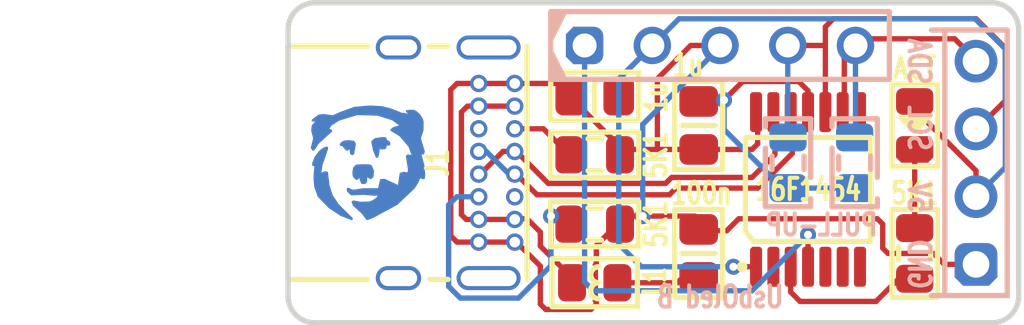
<source format=kicad_pcb>
(kicad_pcb (version 20221018) (generator pcbnew)
  (layers (0 "F.Cu" signal) (31 "B.Cu" signal) (34 "B.Paste" user) (35 "F.Paste" user) (36 "B.SilkS" user "B.Silkscreen") (37 "F.SilkS" user "F.Silkscreen") (38 "B.Mask" user) (39 "F.Mask" user) (44 "Edge.Cuts" user))
  (net 0 "")
  (net 1 "OLED_SCL")
  (net 2 "OLED_SDA")
  (net 3 "5V")
  (net 4 "GND")
  (net 5 "Vusb")
  (net 6 "3V3")
  (net 7 "USB_DP")
  (net 8 "USB_DM")
  (net 9 "ICSP_VPP")
  (net 10 "USB_CC1")
  (net 11 "USB_CC2")
  (net 12 "LED_ACTIVE")
  (net 13 "OUT_LED_ACTIVE")
  (footprint "Medo64:DS (0805)" (layer "F.Cu") (at 38.5 19.6 90)
    (fp_text reference "DS1" hide)
    (fp_text value "ACT" (at 2.15 0) (layer "F.SilkS") (effects (font (size 0.8 0.6) (thickness 0.15) bold)))
    (fp_rect (start -1.55 -0.85) (end 1.55 0.85) (stroke (width 0.2)) (fill none) (layer "F.SilkS"))
    (fp_poly (pts (xy -0.3 0) (xy 0.3 -0.6) (xy 0.3 0.6)) (stroke (width 0.1)) (fill solid) (layer "F.SilkS"))
    (pad "1" smd roundrect (at -0.9 0 90) (size 1 1.4) (layers "F.Cu" "F.Paste" "F.Mask") (chamfer_ratio 0.2) (chamfer top_left bottom_left) (net 12 "LED_ACTIVE"))
    (pad "2" smd roundrect (at 0.9 0 90) (size 1 1.4) (layers "F.Cu" "F.Paste" "F.Mask") (net 3 "5V"))
  )
  (footprint "Medo64:U Micro PIC16F1454 (TSSOP-14)" (layer "F.Cu") (at 34.5 22 90)
    (fp_text reference "U1" hide)
    (fp_text value "16F1454" (at 0 0) (layer "F.SilkS") (effects (font (size 0.8 0.6))))
    (fp_line (start -1.95 -2.05) (end -1.55 -2.35) (stroke (width 0.2)) (layer "F.SilkS"))
    (fp_line (start -1.95 2.35) (end -1.95 -2.05) (stroke (width 0.2)) (layer "F.SilkS"))
    (fp_line (start -1.55 -2.35) (end 1.95 -2.35) (stroke (width 0.2)) (layer "F.SilkS"))
    (fp_line (start 1.95 -2.35) (end 1.95 2.35) (stroke (width 0.2)) (layer "F.SilkS"))
    (fp_line (start 1.95 2.35) (end -1.95 2.35) (stroke (width 0.2)) (layer "F.SilkS"))
    (fp_circle (center -2.9 -2.475) (end -2.75 -2.475) (stroke (width 0.1)) (fill solid) (layer "F.SilkS"))
    (pad "1" smd roundrect (at -2.9 -1.95 90) (size 1.5 0.45) (layers "F.Cu" "F.Paste" "F.Mask") (chamfer_ratio 0.2) (chamfer top_left top_right) (net 3 "5V"))
    (pad "2" smd roundrect (at -2.9 -1.3 90) (size 1.5 0.45) (layers "F.Cu" "F.Paste" "F.Mask"))
    (pad "3" smd roundrect (at -2.9 -0.65 90) (size 1.5 0.45) (layers "F.Cu" "F.Paste" "F.Mask") (net 13 "OUT_LED_ACTIVE"))
    (pad "4" smd roundrect (at -2.9 0 90) (size 1.5 0.45) (layers "F.Cu" "F.Paste" "F.Mask") (net 9 "ICSP_VPP"))
    (pad "5" smd roundrect (at -2.9 0.65 90) (size 1.5 0.45) (layers "F.Cu" "F.Paste" "F.Mask"))
    (pad "6" smd roundrect (at -2.9 1.3 90) (size 1.5 0.45) (layers "F.Cu" "F.Paste" "F.Mask"))
    (pad "7" smd roundrect (at -2.9 1.95 90) (size 1.5 0.45) (layers "F.Cu" "F.Paste" "F.Mask"))
    (pad "8" smd roundrect (at 2.9 1.95 90) (size 1.5 0.45) (layers "F.Cu" "F.Paste" "F.Mask"))
    (pad "9" smd roundrect (at 2.9 1.3 90) (size 1.5 0.45) (layers "F.Cu" "F.Paste" "F.Mask") (net 2 "OLED_SDA"))
    (pad "10" smd roundrect (at 2.9 0.65 90) (size 1.5 0.45) (layers "F.Cu" "F.Paste" "F.Mask") (net 1 "OLED_SCL"))
    (pad "11" smd roundrect (at 2.9 0 90) (size 1.5 0.45) (layers "F.Cu" "F.Paste" "F.Mask") (net 6 "3V3"))
    (pad "12" smd roundrect (at 2.9 -0.65 90) (size 1.5 0.45) (layers "F.Cu" "F.Paste" "F.Mask") (net 8 "USB_DM"))
    (pad "13" smd roundrect (at 2.9 -1.3 90) (size 1.5 0.45) (layers "F.Cu" "F.Paste" "F.Mask") (net 7 "USB_DP"))
    (pad "14" smd roundrect (at 2.9 -1.95 90) (size 1.5 0.45) (layers "F.Cu" "F.Paste" "F.Mask") (net 4 "GND"))
  )
  (footprint "Medo64:R (0805)" (layer "F.Cu") (at 26.5 20.7 180)
    (fp_text reference "R1" hide)
    (fp_text value "5K1" (at -2.3 0 90) (layer "F.SilkS") (effects (font (size 0.8 0.6))))
    (fp_line (start -0.25 -0.6) (end 0.25 -0.6) (stroke (width 0.2)) (layer "F.SilkS"))
    (fp_line (start -0.25 0.6) (end 0.25 0.6) (stroke (width 0.2)) (layer "F.SilkS"))
    (fp_rect (start -1.65 -0.85) (end 1.65 0.85) (stroke (width 0.2)) (fill none) (layer "F.SilkS"))
    (pad "1" smd roundrect (at -0.95 0 180) (size 1.05 1.4) (layers "F.Cu" "F.Paste" "F.Mask") (net 4 "GND"))
    (pad "2" smd roundrect (at 0.95 0 180) (size 1.05 1.4) (layers "F.Cu" "F.Paste" "F.Mask") (net 10 "USB_CC1"))
  )
  (footprint "Medo64:C (0805)" (layer "F.Cu") (at 30.4 19.6 90)
    (fp_text reference "C3" hide)
    (fp_text value "1u" (at 2.25 -0.4) (layer "F.SilkS") (effects (font (size 0.8 0.6) (thickness 0.15) bold)))
    (fp_line (start 0 -0.625) (end 0 0.625) (stroke (width 0.2)) (layer "F.SilkS"))
    (fp_rect (start -1.65 -0.9) (end 1.65 0.9) (stroke (width 0.2)) (fill none) (layer "F.SilkS"))
    (pad "1" smd roundrect (at -0.9 0 90) (size 1.15 1.45) (layers "F.Cu" "F.Paste" "F.Mask") (net 4 "GND"))
    (pad "2" smd roundrect (at 0.9 0 90) (size 1.15 1.45) (layers "F.Cu" "F.Paste" "F.Mask") (net 6 "3V3"))
  )
  (footprint "Medo64:J USB C 2.0 (16w)" (layer "F.Cu") (at 23.5 21 -90)
    (fp_text reference "J1" (at 0 2.9 90) (layer "F.SilkS") (effects (font (size 0.8 0.6))))
    (fp_text value "‎USB4085" hide)
    (fp_line (start -4.375 -0.46) (end 4.375 -0.46) (stroke (width 0.2)) (layer "F.SilkS"))
    (fp_line (start -4.375 2.5) (end -4.375 3.2) (stroke (width 0.2)) (layer "F.SilkS"))
    (fp_line (start -4.375 5.51) (end -4.375 8.51) (stroke (width 0.2)) (layer "F.SilkS"))
    (fp_line (start -4.375 8.51) (end 4.375 8.51) (stroke (width 0.2)) (layer "F.SilkS"))
    (fp_line (start 4.375 2.5) (end 4.375 3.2) (stroke (width 0.2)) (layer "F.SilkS"))
    (fp_line (start 4.375 5.51) (end 4.375 8.51) (stroke (width 0.2)) (layer "F.SilkS"))
    (pad "A01" thru_hole circle (at -2.975 0 270) (size 0.65 0.65) (drill 0.4) (layers "*.Cu" "*.Mask" "F.Paste") (net 4 "GND"))
    (pad "A04" thru_hole circle (at -2.125 0 270) (size 0.65 0.65) (drill 0.4) (layers "*.Cu" "*.Mask" "F.Paste") (net 5 "Vusb"))
    (pad "A05" thru_hole circle (at -1.275 0 270) (size 0.65 0.65) (drill 0.4) (layers "*.Cu" "*.Mask" "F.Paste") (net 10 "USB_CC1"))
    (pad "A06" thru_hole circle (at -0.425 0 270) (size 0.65 0.65) (drill 0.4) (layers "*.Cu" "*.Mask" "F.Paste") (net 7 "USB_DP"))
    (pad "A07" thru_hole circle (at 0.425 0 270) (size 0.65 0.65) (drill 0.4) (layers "*.Cu" "*.Mask" "F.Paste") (net 8 "USB_DM"))
    (pad "A08" thru_hole circle (at 1.275 0 270) (size 0.65 0.65) (drill 0.4) (layers "*.Cu" "*.Mask" "F.Paste"))
    (pad "A09" thru_hole circle (at 2.125 0 270) (size 0.65 0.65) (drill 0.4) (layers "*.Cu" "*.Mask" "F.Paste") (net 5 "Vusb"))
    (pad "A12" thru_hole circle (at 2.975 0 270) (size 0.65 0.65) (drill 0.4) (layers "*.Cu" "*.Mask" "F.Paste") (net 4 "GND"))
    (pad "B01" thru_hole circle (at 2.975 1.35 270) (size 0.65 0.65) (drill 0.4) (layers "*.Cu" "*.Mask" "F.Paste") (net 4 "GND"))
    (pad "B04" thru_hole circle (at 2.125 1.35 270) (size 0.65 0.65) (drill 0.4) (layers "*.Cu" "*.Mask" "F.Paste") (net 5 "Vusb"))
    (pad "B05" thru_hole circle (at 1.275 1.35 270) (size 0.65 0.65) (drill 0.4) (layers "*.Cu" "*.Mask" "F.Paste") (net 11 "USB_CC2"))
    (pad "B06" thru_hole circle (at 0.425 1.35 270) (size 0.65 0.65) (drill 0.4) (layers "*.Cu" "*.Mask" "F.Paste") (net 7 "USB_DP"))
    (pad "B07" thru_hole circle (at -0.425 1.35 270) (size 0.65 0.65) (drill 0.4) (layers "*.Cu" "*.Mask" "F.Paste") (net 8 "USB_DM"))
    (pad "B10" thru_hole circle (at -1.275 1.35 270) (size 0.65 0.65) (drill 0.4) (layers "*.Cu" "*.Mask" "F.Paste"))
    (pad "B11" thru_hole circle (at -2.125 1.35 270) (size 0.65 0.65) (drill 0.4) (layers "*.Cu" "*.Mask" "F.Paste") (net 5 "Vusb"))
    (pad "B12" thru_hole circle (at -2.975 1.35 270) (size 0.65 0.65) (drill 0.4) (layers "*.Cu" "*.Mask" "F.Paste") (net 4 "GND"))
    (pad "S" thru_hole oval (at -4.325 0.98 270) (size 0.9 2.4) (drill oval 0.6 2.1) (layers "*.Cu" "*.Mask" "F.Paste"))
    (pad "S" thru_hole oval (at -4.325 4.36 270) (size 0.9 1.7) (drill oval 0.6 1.4) (layers "*.Cu" "*.Mask" "F.Paste"))
    (pad "S" thru_hole oval (at 4.325 0.98 270) (size 0.9 2.4) (drill oval 0.6 2.1) (layers "*.Cu" "*.Mask" "F.Paste"))
    (pad "S" thru_hole oval (at 4.325 4.36 270) (size 0.9 1.7) (drill oval 0.6 1.4) (layers "*.Cu" "*.Mask" "F.Paste"))
  )
  (footprint "Medo64:C (0805)" (layer "F.Cu") (at 30.4 24.4 -90)
    (fp_text reference "C1" hide)
    (fp_text value "100n" (at -2.25 -0.1) (layer "F.SilkS") (effects (font (size 0.8 0.6) (thickness 0.15) bold)))
    (fp_line (start 0 -0.625) (end 0 0.625) (stroke (width 0.2)) (layer "F.SilkS"))
    (fp_rect (start -1.65 -0.9) (end 1.65 0.9) (stroke (width 0.2)) (fill none) (layer "F.SilkS"))
    (pad "1" smd roundrect (at -0.9 0 270) (size 1.15 1.45) (layers "F.Cu" "F.Paste" "F.Mask") (net 4 "GND"))
    (pad "2" smd roundrect (at 0.9 0 270) (size 1.15 1.45) (layers "F.Cu" "F.Paste" "F.Mask") (net 3 "5V"))
  )
  (footprint "Medo64:R (0805)" (layer "F.Cu") (at 26.5 23.3 180)
    (fp_text reference "R2" hide)
    (fp_text value "5K1" (at -2.3 0 270) (layer "F.SilkS") (effects (font (size 0.8 0.6))))
    (fp_line (start -0.25 -0.6) (end 0.25 -0.6) (stroke (width 0.2)) (layer "F.SilkS"))
    (fp_line (start -0.25 0.6) (end 0.25 0.6) (stroke (width 0.2)) (layer "F.SilkS"))
    (fp_rect (start -1.65 -0.85) (end 1.65 0.85) (stroke (width 0.2)) (fill none) (layer "F.SilkS"))
    (pad "1" smd roundrect (at -0.95 0 180) (size 1.05 1.4) (layers "F.Cu" "F.Paste" "F.Mask") (net 4 "GND"))
    (pad "2" smd roundrect (at 0.95 0 180) (size 1.05 1.4) (layers "F.Cu" "F.Paste" "F.Mask") (net 11 "USB_CC2"))
  )
  (footprint "Medo64:R (0805)" (layer "F.Cu") (at 38.5 24.4 90)
    (fp_text reference "R3" hide)
    (fp_text value "5K1" (at 2.25 0) (layer "F.SilkS") (effects (font (size 0.8 0.6))))
    (fp_line (start -0.25 -0.6) (end 0.25 -0.6) (stroke (width 0.2)) (layer "F.SilkS"))
    (fp_line (start -0.25 0.6) (end 0.25 0.6) (stroke (width 0.2)) (layer "F.SilkS"))
    (fp_rect (start -1.65 -0.85) (end 1.65 0.85) (stroke (width 0.2)) (fill none) (layer "F.SilkS"))
    (pad "1" smd roundrect (at -0.95 0 90) (size 1.05 1.4) (layers "F.Cu" "F.Paste" "F.Mask") (net 13 "OUT_LED_ACTIVE"))
    (pad "2" smd roundrect (at 0.95 0 90) (size 1.05 1.4) (layers "F.Cu" "F.Paste" "F.Mask") (net 12 "LED_ACTIVE"))
  )
  (footprint "Medo64:L Ferrite (0805)" (layer "F.Cu") (at 26.5 25.5 180)
    (fp_text reference "L1" (at -2.25 0.05 90) (layer "F.SilkS") (effects (font (size 0.8 0.6))))
    (fp_text value "40R" hide)
    (fp_rect (start -1.6 -0.9) (end 1.6 0.9) (stroke (width 0.2)) (fill none) (layer "F.SilkS"))
    (fp_arc (start -0.15 -0.6) (mid 0.15 -0.3) (end -0.15 0) (stroke (width 0.2)) (layer "F.SilkS"))
    (fp_arc (start -0.15 0) (mid 0.15 0.3) (end -0.15 0.6) (stroke (width 0.2)) (layer "F.SilkS"))
    (pad "1" smd roundrect (at -0.85 0 180) (size 1.05 1.4) (layers "F.Cu" "F.Paste" "F.Mask") (net 3 "5V"))
    (pad "2" smd roundrect (at 0.85 0 180) (size 1.05 1.4) (layers "F.Cu" "F.Paste" "F.Mask") (net 5 "Vusb"))
  )
  (footprint "Medo64:C (0805)" (layer "F.Cu") (at 26.5 18.5)
    (fp_text reference "C2" hide)
    (fp_text value "1u" (at 2.3 0.05 90) (layer "F.SilkS") (effects (font (size 0.8 0.6) (thickness 0.15) bold)))
    (fp_line (start 0 -0.625) (end 0 0.625) (stroke (width 0.2)) (layer "F.SilkS"))
    (fp_rect (start -1.65 -0.9) (end 1.65 0.9) (stroke (width 0.2)) (fill none) (layer "F.SilkS"))
    (pad "1" smd roundrect (at -0.9 0) (size 1.15 1.45) (layers "F.Cu" "F.Paste" "F.Mask") (net 4 "GND"))
    (pad "2" smd roundrect (at 0.9 0) (size 1.15 1.45) (layers "F.Cu" "F.Paste" "F.Mask") (net 3 "5V"))
  )
  (footprint "Medo64:ICSP PIC Pogo (5w)" (layer "B.Cu") (at 31.2 16.6)
    (fp_text reference "ICSP" hide)
    (fp_text value "Microchip PIC" hide)
    (fp_rect (start -6.35 1.27) (end 6.35 -1.27) (stroke (width 0.2)) (fill none) (layer "B.SilkS"))
    (fp_poly (pts (xy -6.35 0) (xy -6.35 -1.27) (xy -5.715 -1.27)) (fill solid) (layer "B.SilkS"))
    (fp_poly (pts (xy -6.35 0) (xy -6.35 1.27) (xy -5.715 1.27)) (fill solid) (layer "B.SilkS"))
    (pad "1" thru_hole roundrect (at -5.08 0) (size 1.4 1.4) (drill 0.9) (layers "*.Cu" "*.Mask") (chamfer_ratio 0.2) (chamfer top_left bottom_left) (net 9 "ICSP_VPP"))
    (pad "2" thru_hole circle (at -2.54 0) (size 1.4 1.4) (drill 0.9) (layers "*.Cu" "*.Mask") (net 3 "5V"))
    (pad "3" thru_hole circle (at 0 0) (size 1.4 1.4) (drill 0.9) (layers "*.Cu" "*.Mask") (net 4 "GND"))
    (pad "4" thru_hole circle (at 2.54 0) (size 1.4 1.4) (drill 0.9) (layers "*.Cu" "*.Mask") (net 1 "OLED_SCL"))
    (pad "5" thru_hole circle (at 5.08 0) (size 1.4 1.4) (drill 0.9) (layers "*.Cu" "*.Mask") (net 2 "OLED_SDA"))
  )
  (footprint "Medo64:ICON Medo64" (layer "B.Cu") (at 18 21 180)
    (fp_text reference "ICON" hide)
    (fp_text value "Medo64" hide)
    (fp_poly (pts (xy 0.569 0.353) (xy 0.506 0.707) (xy 0.554 0.778) (xy 0.719 0.8) (xy 0.885 0.786) (xy 0.979 0.733) (xy 1.012 0.682) (xy 0.902 0.659) (xy 0.892 0.612) (xy 0.793 0.5) (xy 0.659 0.583) (xy 0.647 0.581) (xy 0.632 0.391) (xy 0.622 0.353) (xy 0.592 0.334)) (stroke (width 0.1)) (fill solid) (layer "B.Cu"))
    (fp_poly (pts (xy -0.347 0.253) (xy -0.412 0.648) (xy -0.502 0.544) (xy -0.626 0.56) (xy -0.646 0.595) (xy -0.654 0.695) (xy -0.79 0.696) (xy -0.777 0.752) (xy -0.709 0.806) (xy -0.594 0.838) (xy -0.594 0.861) (xy -0.645 0.874) (xy -0.654 0.893) (xy -0.626 0.915) (xy -0.491 0.913) (xy -0.267 0.874) (xy -0.168 0.787) (xy -0.23 0.486) (xy -0.331 0.233) (xy -0.339 0.24)) (stroke (width 0.1)) (fill solid) (layer "B.Cu"))
    (fp_poly (pts (xy 0.115 -0.742) (xy 0.0899 -0.706) (xy 0.0781 -0.566) (xy 0.0622 -0.52) (xy 0.00798 -0.502) (xy -0.097 -0.566) (xy -0.155 -0.508) (xy -0.174 -0.31) (xy -0.101 -0.133) (xy -0.0361 -0.108) (xy 0.168 -0.103) (xy 0.347 -0.109) (xy 0.44 -0.12) (xy 0.515 -0.205) (xy 0.54 -0.36) (xy 0.533 -0.466) (xy 0.5 -0.535) (xy 0.431 -0.596) (xy 0.384 -0.562) (xy 0.365 -0.53) (xy 0.342 -0.512) (xy 0.286 -0.53) (xy 0.257 -0.652) (xy 0.212 -0.749)) (stroke (width 0.1)) (fill solid) (layer "B.Cu"))
    (fp_poly (pts (xy 1.137 -1.588) (xy 1.377 -1.227) (xy 1.493 -0.853) (xy 1.544 -0.455) (xy 1.551 -0.378) (xy 1.595 -0.367) (xy 1.649 -0.379) (xy 1.781 -0.45) (xy 1.801 -0.39) (xy 1.761 -0.0848) (xy 1.586 0.417) (xy 1.555 0.511) (xy 1.55 0.558) (xy 1.648 0.527) (xy 1.79 0.423) (xy 1.958 0.207) (xy 2.045 -0.013) (xy 2.05 -0.076) (xy 1.964 -0.0819) (xy 1.999 -0.548) (xy 1.973 -0.89) (xy 1.846 -1.245) (xy 1.444 -1.662) (xy 1.007 -1.949) (xy 0.62 -2.1)) (stroke (width 0.1)) (fill solid) (layer "B.Cu"))
    (fp_poly (pts (xy -0.162 -2.027) (xy -1.067 -1.539) (xy -1.715 -0.923) (xy -1.847 -0.71) (xy -1.921 -0.519) (xy -2.079 -0.567) (xy -2.095 -0.469) (xy -2.062 -0.0937) (xy -1.952 0.314) (xy -1.982 0.367) (xy -2.06 0.354) (xy -2.077 0.422) (xy -1.93 0.912) (xy -2.032 1.227) (xy -2.034 1.544) (xy -1.998 1.647) (xy -1.903 1.796) (xy -1.782 1.9) (xy -1.695 1.941) (xy -1.468 1.93) (xy -1.663 1.801) (xy -1.722 1.753) (xy -1.784 1.659) (xy -1.735 1.66) (xy -1.576 1.778) (xy -1.371 1.817) (xy -1.254 1.827) (xy -1.134 1.877) (xy -0.852 1.987) (xy -0.528 2.073) (xy -0.0731 2.1) (xy 0.509 2.05) (xy 1.073 1.842) (xy 1.317 1.73) (xy 1.649 1.779) (xy 1.837 1.763) (xy 2.065 1.59) (xy 1.802 1.633) (xy 1.67 1.615) (xy 1.959 1.505) (xy 2.067 1.378) (xy 2.085 1.212) (xy 2.009 0.915) (xy 2.099 0.563) (xy 2.055 0.501) (xy 1.891 0.746) (xy 1.396 1.198) (xy 1.522 1.254) (xy 1.413 1.428) (xy 1.101 1.627) (xy 0.403 1.839) (xy -0.366 1.813) (xy -0.919 1.642) (xy -1.209 1.43) (xy -1.227 1.366) (xy -0.981 1.3) (xy -0.886 1.23) (xy -1.21 1.035) (xy -1.558 0.628) (xy -1.682 0.293) (xy -1.663 0.238) (xy -1.492 0.262) (xy -1.468 0.242) (xy -1.547 -0.268) (xy -1.529 -0.375) (xy -1.464 -0.408) (xy -1.339 -0.39) (xy -1.231 -0.419) (xy -1.16 -0.905) (xy -0.625 -0.656) (xy -0.494 -0.655) (xy -0.414 -1.002) (xy 0.18 -1.002) (xy 0.561 -1.064) (xy 0.751 -0.985) (xy 0.746 -1.053) (xy 0.624 -1.17) (xy 0.142 -1.154) (xy -0.23 -1.188) (xy -0.449 -1.178) (xy -0.342 -1.347) (xy -0.189 -1.45) (xy -0.0588 -1.5) (xy 0.291 -1.511) (xy 0.537 -1.463) (xy 0.568 -1.475) (xy 0.523 -1.584) (xy 0.188 -1.888) (xy 0.0332 -2.1)) (stroke (width 0.1)) (fill solid) (layer "B.Cu"))
  )
  (footprint "Medo64:R Optional (0805)" (layer "B.Cu") (at 36.25 21 -90)
    (fp_text reference "R5" hide)
    (fp_text value "5K1" hide)
    (fp_line (start -0.25 -0.6) (end 0.25 -0.6) (stroke (width 0.2)) (layer "B.SilkS"))
    (fp_line (start -0.25 0.6) (end 0.25 0.6) (stroke (width 0.2)) (layer "B.SilkS"))
    (fp_rect (start -1.65 0.85) (end 1.65 -0.85) (stroke (width 0.2) (type dash)) (fill none) (layer "B.SilkS"))
    (pad "1" smd roundrect (at -0.95 0 270) (size 1.05 1.4) (layers "B.Cu" "B.Mask") (net 2 "OLED_SDA"))
    (pad "2" smd roundrect (at 0.95 0 270) (size 1.05 1.4) (layers "B.Cu" "B.Mask") (net 6 "3V3"))
  )
  (footprint "Medo64:R Optional (0805)" (layer "B.Cu") (at 33.75 21 -90)
    (fp_text reference "R4" hide)
    (fp_text value "5K1" hide)
    (fp_line (start -0.25 -0.6) (end 0.25 -0.6) (stroke (width 0.2)) (layer "B.SilkS"))
    (fp_line (start -0.25 0.6) (end 0.25 0.6) (stroke (width 0.2)) (layer "B.SilkS"))
    (fp_rect (start -1.65 0.85) (end 1.65 -0.85) (stroke (width 0.2) (type dash)) (fill none) (layer "B.SilkS"))
    (pad "1" smd roundrect (at -0.95 0 270) (size 1.05 1.4) (layers "B.Cu" "B.Mask") (net 1 "OLED_SCL"))
    (pad "2" smd roundrect (at 0.95 0 270) (size 1.05 1.4) (layers "B.Cu" "B.Mask") (net 6 "3V3"))
  )
  (footprint "Medo64:DS OLED 128x32 SPI (4w)" (layer "B.Cu") (at 40.8 21 90)
    (fp_text reference "DS2" hide)
    (fp_text value "I2C OLED 128x32" hide)
    (fp_line (start -4.98 -1.17) (end -4.98 -1.67) (stroke (width 0.2)) (layer "B.SilkS"))
    (fp_line (start 4.98 -1.17) (end 4.98 -1.67) (stroke (width 0.2)) (layer "B.SilkS"))
    (fp_rect (start -4.98 1.17) (end 4.98 -1.17) (stroke (width 0.2)) (fill none) (layer "B.SilkS"))
    (pad "1" thru_hole roundrect (at -3.81 0 90) (size 1.6 1.6) (drill 1) (layers "*.Cu" "F.Mask") (chamfer_ratio 0.2) (chamfer top_left bottom_left) (net 4 "GND"))
    (pad "2" thru_hole circle (at -1.27 0 90) (size 1.6 1.6) (drill 1) (layers "*.Cu" "F.Mask") (net 3 "5V"))
    (pad "3" thru_hole circle (at 1.27 0 90) (size 1.6 1.6) (drill 1) (layers "*.Cu" "F.Mask") (net 1 "OLED_SCL"))
    (pad "4" thru_hole circle (at 3.81 0 90) (size 1.6 1.6) (drill 1) (layers "*.Cu" "F.Mask") (net 2 "OLED_SDA"))
  )
  (gr_line locked (start 16 15) (end 41.4 15) (stroke (width 0.2)) (layer "Edge.Cuts"))
  (gr_arc locked (start 41.4 15) (mid 42.107107 15.292893) (end 42.4 16) (stroke (width 0.2)) (layer "Edge.Cuts"))
  (gr_arc locked (start 42.4 26) (mid 42.107107 26.707107) (end 41.4 27) (stroke (width 0.2)) (layer "Edge.Cuts"))
  (gr_arc locked (start 16 27) (mid 15.292894 26.707107) (end 15 26) (stroke (width 0.2)) (layer "Edge.Cuts"))
  (gr_line locked (start 16 27) (end 41.4 27) (stroke (width 0.2)) (layer "Edge.Cuts"))
  (gr_line locked (start 42.4 26) (end 42.4 16) (stroke (width 0.2)) (layer "Edge.Cuts"))
  (gr_arc locked (start 15 16) (mid 15.292893 15.292894) (end 16 15) (stroke (width 0.2)) (layer "Edge.Cuts"))
  (gr_line locked (start 15 26) (end 15 16) (stroke (width 0.2)) (layer "Edge.Cuts"))
  (gr_text "SDA" (at 38.2 17.2 270) (layer "B.SilkS") (effects (font (size 0.8 0.6) (thickness 0.15) bold) (justify bottom mirror)))
  (gr_text "PULL-UP" (at 35 23.8) (layer "B.SilkS") (effects (font (size 0.8 0.6) (thickness 0.15) bold) (justify bottom mirror)))
  (gr_text "UsbOled B" (at 31.2 26.5) (layer "B.SilkS") (effects (font (size 0.8 0.6) (thickness 0.15) bold) (justify bottom mirror)))
  (gr_text "GND" (at 38.2 24.8 270) (layer "B.SilkS") (effects (font (size 0.8 0.6) (thickness 0.15) bold) (justify bottom mirror)))
  (gr_text "SCL" (at 38.2 19.7 270) (layer "B.SilkS") (effects (font (size 0.8 0.6) (thickness 0.15) bold) (justify bottom mirror)))
  (gr_text "5V" (at 38.2 22.3 270) (layer "B.SilkS") (effects (font (size 0.8 0.6) (thickness 0.15) bold) (justify bottom mirror)))
  (segment (start 41.9 16.694365) (end 41.9 18.67) (width 0.2) (layer "F.Cu") (net 1))
  (segment (start 35.15 16.6) (end 35.15 15.9) (width 0.2) (layer "F.Cu") (net 1))
  (segment (start 33.74 16.6) (end 35.15 16.6) (width 0.2) (layer "F.Cu") (net 1))
  (segment (start 35.15 15.9) (end 35.45 15.6) (width 0.2) (layer "F.Cu") (net 1))
  (segment (start 41.9 18.67) (end 40.84 19.73) (width 0.2) (layer "F.Cu") (net 1))
  (segment (start 35.15 19.04) (end 35.15 16.6) (width 0.2) (layer "F.Cu") (net 1))
  (segment (start 40.805635 15.6) (end 41.9 16.694365) (width 0.2) (layer "F.Cu") (net 1))
  (segment (start 35.45 15.6) (end 40.805635 15.6) (width 0.2) (layer "F.Cu") (net 1))
  (segment (start 33.74 16.6) (end 33.74 19.99) (width 0.2) (layer "B.Cu") (net 1))
  (segment (start 35.86 17.08) (end 36.34 16.6) (width 0.2) (layer "F.Cu") (net 2))
  (segment (start 40 16.35) (end 40.84 17.19) (width 0.2) (layer "F.Cu") (net 2))
  (segment (start 35.86 19.1) (end 35.86 17.08) (width 0.2) (layer "F.Cu") (net 2))
  (segment (start 36.53 16.35) (end 40 16.35) (width 0.2) (layer "F.Cu") (net 2))
  (segment (start 36.28 16.6) (end 36.28 19.77) (width 0.2) (layer "B.Cu") (net 2))
  (segment (start 31.7 24.9) (end 32.61 24.9) (width 0.2) (layer "F.Cu") (net 3))
  (segment (start 40.8 21.3) (end 38.6 19.1) (width 0.2) (layer "F.Cu") (net 3))
  (segment (start 30.4 24.9) (end 31.7 24.9) (width 0.2) (layer "F.Cu") (net 3))
  (segment (start 40.8 22.27) (end 40.8 21.3) (width 0.2) (layer "F.Cu") (net 3))
  (segment (start 27.35 25.5) (end 29.6 25.5) (width 0.2) (layer "F.Cu") (net 3))
  (segment (start 29.6 25.5) (end 30.2 24.9) (width 0.2) (layer "F.Cu") (net 3))
  (segment (start 27.45 17.81) (end 27.45 18.5) (width 0.2) (layer "F.Cu") (net 3))
  (segment (start 28.66 16.6) (end 27.45 17.81) (width 0.2) (layer "F.Cu") (net 3))
  (via (at 31.7 24.9) (size 0.6) (drill 0.3) (layers "F.Cu" "B.Cu") (net 3))
  (segment (start 40.8 22.27) (end 41.9 21.17) (width 0.2) (layer "B.Cu") (net 3))
  (segment (start 41.9 16.734365) (end 40.765635 15.6) (width 0.2) (layer "B.Cu") (net 3))
  (segment (start 27.4 17.86) (end 27.4 24.05) (width 0.2) (layer "B.Cu") (net 3))
  (segment (start 31.7 24.9) (end 28.25 24.9) (width 0.2) (layer "B.Cu") (net 3))
  (segment (start 28.66 16.6) (end 27.4 17.86) (width 0.2) (layer "B.Cu") (net 3))
  (segment (start 28.25 24.9) (end 27.4 24.05) (width 0.2) (layer "B.Cu") (net 3))
  (segment (start 29.66 15.6) (end 28.66 16.6) (width 0.2) (layer "B.Cu") (net 3))
  (segment (start 40.765635 15.6) (end 29.66 15.6) (width 0.2) (layer "B.Cu") (net 3))
  (segment (start 41.9 21.17) (end 41.9 16.734365) (width 0.2) (layer "B.Cu") (net 3))
  (segment (start 27.51 23.15) (end 26.56 24.1) (width 0.2) (layer "F.Cu") (net 4))
  (segment (start 26.56 26.205495) (end 26.56 26.3) (width 0.2) (layer "F.Cu") (net 4))
  (segment (start 24.46 24.875) (end 23.56 23.975) (width 0.2) (layer "F.Cu") (net 4))
  (segment (start 23.5 18.025) (end 24.3 18.025) (width 0.2) (layer "F.Cu") (net 4))
  (segment (start 39.2 24.4) (end 39.61 24.81) (width 0.2) (layer "F.Cu") (net 4))
  (segment (start 39.61 24.81) (end 40.8 24.81) (width 0.2) (layer "F.Cu") (net 4))
  (segment (start 21.1 23.74) (end 21.1 18.26) (width 0.2) (layer "F.Cu") (net 4))
  (segment (start 28.85 17.85) (end 30.1 16.6) (width 0.2) (layer "F.Cu") (net 4))
  (segment (start 32.61 19.1) (end 32.61 20.29) (width 0.2) (layer "F.Cu") (net 4))
  (segment (start 28.85 20.5) (end 28.85 17.85) (width 0.2) (layer "F.Cu") (net 4))
  (segment (start 27.51 23) (end 28.3 23) (width 0.2) (layer "F.Cu") (net 4))
  (segment (start 24.66 26.5) (end 24.46 26.3) (width 0.2) (layer "F.Cu") (net 4))
  (segment (start 21.1 18.26) (end 21.335 18.025) (width 0.2) (layer "F.Cu") (net 4))
  (segment (start 26.56 24.794505) (end 26.525 24.829505) (width 0.2) (layer "F.Cu") (net 4))
  (segment (start 24.3 18.025) (end 25.175 18.025) (width 0.2) (layer "F.Cu") (net 4))
  (segment (start 21.335 18.025) (end 23.56 18.025) (width 0.2) (layer "F.Cu") (net 4))
  (segment (start 26.525 24.829505) (end 26.525 26.170495) (width 0.2) (layer "F.Cu") (net 4))
  (segment (start 26.56 24.1) (end 26.56 24.794505) (width 0.2) (layer "F.Cu") (net 4))
  (segment (start 37.3 23.3) (end 37.3 24.2) (width 0.2) (layer "F.Cu") (net 4))
  (segment (start 21.335 23.975) (end 21.1 23.74) (width 0.2) (layer "F.Cu") (net 4))
  (segment (start 30.1 16.6) (end 31.2 16.6) (width 0.2) (layer "F.Cu") (net 4))
  (segment (start 32.61 20.29) (end 32.4 20.5) (width 0.2) (layer "F.Cu") (net 4))
  (segment (start 31.45 23.55) (end 31.9 23.1) (width 0.2) (layer "F.Cu") (net 4))
  (segment (start 26.36 26.5) (end 24.66 26.5) (width 0.2) (layer "F.Cu") (net 4))
  (segment (start 37.3 24.2) (end 37.5 24.4) (width 0.2) (layer "F.Cu") (net 4))
  (segment (start 26.56 26.3) (end 26.36 26.5) (width 0.2) (layer "F.Cu") (net 4))
  (segment (start 30.45 23.55) (end 31.45 23.55) (width 0.2) (layer "F.Cu") (net 4))
  (segment (start 24.46 26.3) (end 24.46 24.875) (width 0.2) (layer "F.Cu") (net 4))
  (segment (start 30.4 20.5) (end 28.85 20.5) (width 0.2) (layer "F.Cu") (net 4))
  (segment (start 37.1 23.1) (end 37.3 23.3) (width 0.2) (layer "F.Cu") (net 4))
  (segment (start 28.85 20.5) (end 27.65 20.5) (width 0.2) (layer "F.Cu") (net 4))
  (segment (start 27.51 23) (end 30.26 23) (width 0.2) (layer "F.Cu") (net 4))
  (segment (start 32.4 20.5) (end 30.4 20.5) (width 0.2) (layer "F.Cu") (net 4))
  (segment (start 25.65 18.6) (end 27.45 20.4) (width 0.2) (layer "F.Cu") (net 4))
  (segment (start 26.525 26.170495) (end 26.56 26.205495) (width 0.2) (layer "F.Cu") (net 4))
  (segment (start 23.56 23.975) (end 21.335 23.975) (width 0.2) (layer "F.Cu") (net 4))
  (segment (start 31.9 23.1) (end 37.1 23.1) (width 0.2) (layer "F.Cu") (net 4))
  (segment (start 37.5 24.4) (end 39.2 24.4) (width 0.2) (layer "F.Cu") (net 4))
  (via (at 28.3 23) (size 0.6) (drill 0.3) (layers "F.Cu" "B.Cu") (net 4))
  (segment (start 28.3 19.56) (end 31.26 16.6) (width 0.2) (layer "B.Cu") (net 4))
  (segment (start 28.3 23) (end 28.3 19.56) (width 0.2) (layer "B.Cu") (net 4))
  (segment (start 24.46 24.125) (end 25.71 25.375) (width 0.2) (layer "F.Cu") (net 5))
  (segment (start 23.56 23.125) (end 21.68 23.125) (width 0.2) (layer "F.Cu") (net 5))
  (segment (start 23.585 23.1) (end 23.96 23.1) (width 0.2) (layer "F.Cu") (net 5))
  (segment (start 21.5 19.1) (end 21.725 18.875) (width 0.2) (layer "F.Cu") (net 5))
  (segment (start 21.68 23.125) (end 21.5 22.945) (width 0.2) (layer "F.Cu") (net 5))
  (segment (start 23.96 23.1) (end 24.46 23.6) (width 0.2) (layer "F.Cu") (net 5))
  (segment (start 24.46 23.6) (end 24.46 24.125) (width 0.2) (layer "F.Cu") (net 5))
  (segment (start 21.725 18.875) (end 23.56 18.875) (width 0.2) (layer "F.Cu") (net 5))
  (segment (start 21.5 22.945) (end 21.5 19.1) (width 0.2) (layer "F.Cu") (net 5))
  (segment (start 34.5 18.3) (end 34.15 17.95) (width 0.2) (layer "F.Cu") (net 6))
  (segment (start 31.2 18.7) (end 31.294314 18.605686) (width 0.2) (layer "F.Cu") (net 6))
  (segment (start 31.294314 18.605686) (end 30.96 18.605686) (width 0.2) (layer "F.Cu") (net 6))
  (segment (start 30.4 18.7) (end 31.2 18.7) (width 0.2) (layer "F.Cu") (net 6))
  (segment (start 34.15 17.95) (end 32.05 17.95) (width 0.2) (layer "F.Cu") (net 6))
  (segment (start 31.35 18.65) (end 30.45 18.65) (width 0.2) (layer "F.Cu") (net 6))
  (segment (start 32.05 17.95) (end 31.35 18.65) (width 0.2) (layer "F.Cu") (net 6))
  (segment (start 34.5 19.1) (end 34.5 18.3) (width 0.2) (layer "F.Cu") (net 6))
  (via (at 31.35 18.65) (size 0.6) (drill 0.3) (layers "F.Cu" "B.Cu") (net 6))
  (segment (start 31.35 19.75) (end 33.55 21.95) (width 0.2) (layer "B.Cu") (net 6))
  (segment (start 31.35 18.65) (end 31.35 19.75) (width 0.2) (layer "B.Cu") (net 6))
  (segment (start 36.25 21.95) (end 33.75 21.95) (width 0.2) (layer "B.Cu") (net 6))
  (segment (start 32.4 21.55) (end 29.384314 21.55) (width 0.2) (layer "F.Cu") (net 7))
  (segment (start 33.26 19.1) (end 33.26 20.69) (width 0.2) (layer "F.Cu") (net 7))
  (segment (start 29.159314 21.775) (end 24.76 21.775) (width 0.2) (layer "F.Cu") (net 7))
  (segment (start 24.76 21.775) (end 23.56 20.575) (width 0.2) (layer "F.Cu") (net 7))
  (segment (start 29.384314 21.55) (end 29.159314 21.775) (width 0.2) (layer "F.Cu") (net 7))
  (segment (start 23.56 20.575) (end 23.06 20.575) (width 0.2) (layer "F.Cu") (net 7))
  (segment (start 33.26 20.69) (end 32.4 21.55) (width 0.2) (layer "F.Cu") (net 7))
  (segment (start 23.06 20.575) (end 22.21 21.425) (width 0.2) (layer "F.Cu") (net 7))
  (segment (start 24.335 22.2) (end 29.3 22.2) (width 0.2) (layer "F.Cu") (net 8))
  (segment (start 33.91 20.65) (end 33.91 19.1) (width 0.2) (layer "F.Cu") (net 8))
  (segment (start 29.55 21.95) (end 32.61 21.95) (width 0.2) (layer "F.Cu") (net 8))
  (segment (start 29.3 22.2) (end 29.55 21.95) (width 0.2) (layer "F.Cu") (net 8))
  (segment (start 23.56 21.425) (end 24.335 22.2) (width 0.2) (layer "F.Cu") (net 8))
  (segment (start 32.61 21.95) (end 33.91 20.65) (width 0.2) (layer "F.Cu") (net 8))
  (segment (start 23.285 21.425) (end 22.435 20.575) (width 0.2) (layer "B.Cu") (net 8))
  (segment (start 22.435 20.575) (end 22.21 20.575) (width 0.2) (layer "B.Cu") (net 8))
  (segment (start 34.5 24.9) (end 34.5 23.7) (width 0.2) (layer "F.Cu") (net 9))
  (via (at 34.5 23.7) (size 0.6) (drill 0.3) (layers "F.Cu" "B.Cu") (net 9))
  (segment (start 26.45 25.8) (end 26.12 25.47) (width 0.2) (layer "B.Cu") (net 9))
  (segment (start 26.12 25.47) (end 26.12 16.6) (width 0.2) (layer "B.Cu") (net 9))
  (segment (start 32.4 25.8) (end 26.45 25.8) (width 0.2) (layer "B.Cu") (net 9))
  (segment (start 34.5 23.7) (end 32.4 25.8) (width 0.2) (layer "B.Cu") (net 9))
  (segment (start 23.56 19.725) (end 24.575 19.725) (width 0.2) (layer "F.Cu") (net 10))
  (segment (start 24.575 19.725) (end 25.55 20.7) (width 0.2) (layer "F.Cu") (net 10))
  (segment (start 25.61 23) (end 24.86 23) (width 0.2) (layer "F.Cu") (net 11))
  (via (at 24.86 23) (size 0.6) (drill 0.3) (layers "F.Cu" "B.Cu") (net 11))
  (segment (start 21.02 25.63566) (end 21.45934 26.075) (width 0.2) (layer "B.Cu") (net 11))
  (segment (start 22.116116 22.275) (end 21.325 22.275) (width 0.2) (layer "B.Cu") (net 11))
  (segment (start 21.02 22.58) (end 21.02 25.63566) (width 0.2) (layer "B.Cu") (net 11))
  (segment (start 24.86 24.85566) (end 24.86 23) (width 0.2) (layer "B.Cu") (net 11))
  (segment (start 23.64066 26.075) (end 24.86 24.85566) (width 0.2) (layer "B.Cu") (net 11))
  (segment (start 21.45934 26.075) (end 23.64066 26.075) (width 0.2) (layer "B.Cu") (net 11))
  (segment (start 21.325 22.275) (end 21.02 22.58) (width 0.2) (layer "B.Cu") (net 11))
  (segment (start 38.5 20.9) (end 38.5 23.05) (width 0.2) (layer "F.Cu") (net 12))
  (segment (start 34.2 26.2) (end 33.85 25.85) (width 0.2) (layer "F.Cu") (net 13))
  (segment (start 33.85 25.85) (end 33.85 24.9) (width 0.2) (layer "F.Cu") (net 13))
  (segment (start 37.05 26.2) (end 34.2 26.2) (width 0.2) (layer "F.Cu") (net 13))
  (segment (start 38.3 24.95) (end 37.05 26.2) (width 0.2) (layer "F.Cu") (net 13))
)
</source>
